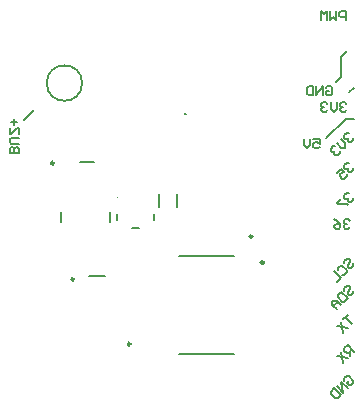
<source format=gbr>
%TF.GenerationSoftware,Altium Limited,Altium Designer,26.2.0 (7)*%
G04 Layer_Color=32896*
%FSLAX45Y45*%
%MOMM*%
%TF.SameCoordinates,1220A514-1184-4156-BF0E-9310A74DF62C*%
%TF.FilePolarity,Positive*%
%TF.FileFunction,Legend,Bot*%
%TF.Part,Single*%
G01*
G75*
%TA.AperFunction,NonConductor*%
%ADD45C,0.25000*%
%ADD46C,0.20000*%
%ADD47C,0.25400*%
%ADD50C,0.16000*%
%ADD51C,0.12500*%
%ADD52C,0.12700*%
D45*
X10237500Y9522500D02*
G03*
X10237500Y9522500I-12500J0D01*
G01*
X12012500Y8680000D02*
G03*
X12012500Y8680000I-12500J0D01*
G01*
D46*
X9985000Y9890000D02*
X10067500Y9972500D01*
X12542500Y9732500D02*
X12707500Y9897500D01*
X12780000D01*
X12623750Y10206250D02*
X12665000Y10247500D01*
X12735000Y10122500D02*
X12775000Y10162500D01*
X12665000Y10247500D02*
Y10417500D01*
X12717500Y10470000D01*
X11275000Y9155000D02*
Y9265000D01*
X11125000Y9155000D02*
Y9265000D01*
X10455000Y9530000D02*
X10575000D01*
X10535000Y8562500D02*
X10670000D01*
X11297500Y7907500D02*
X11757500D01*
X11297500Y8737500D02*
X11757500D01*
D47*
X10883681Y7991500D02*
G03*
X10883681Y7991500I-11180J0D01*
G01*
X11916180Y8900000D02*
G03*
X11916180Y8900000I-11180J0D01*
G01*
X11348090Y9937500D02*
G03*
X11348090Y9937500I-5590J0D01*
G01*
X10406180Y8540000D02*
G03*
X10406180Y8540000I-11180J0D01*
G01*
D50*
X10475000Y10200000D02*
G03*
X10475000Y10200000I-150000J0D01*
G01*
X9940974Y9606000D02*
X9861000D01*
Y9645987D01*
X9874329Y9659316D01*
X9887658D01*
X9900987Y9645987D01*
Y9606000D01*
Y9645987D01*
X9914316Y9659316D01*
X9927645D01*
X9940974Y9645987D01*
Y9606000D01*
Y9685974D02*
X9874329D01*
X9861000Y9699303D01*
Y9725961D01*
X9874329Y9739290D01*
X9940974D01*
Y9765948D02*
Y9819265D01*
X9927645D01*
X9874329Y9765948D01*
X9861000D01*
Y9819265D01*
X9900987Y9845923D02*
Y9899239D01*
X9927645Y9872581D02*
X9874329D01*
X12732747Y9522626D02*
X12713897Y9522625D01*
X12695047Y9503775D01*
Y9484925D01*
X12704472Y9475500D01*
X12723322D01*
X12732747Y9484925D01*
X12723322Y9475500D01*
X12723322Y9456650D01*
X12732747Y9447225D01*
X12751597Y9447225D01*
X12770447Y9466075D01*
Y9484925D01*
X12629072Y9437800D02*
X12666772Y9475500D01*
X12695047Y9447225D01*
X12666772Y9437800D01*
X12657347Y9428375D01*
Y9409525D01*
X12676197Y9390675D01*
X12695047Y9390675D01*
X12713897Y9409525D01*
Y9428375D01*
X12732747Y9268626D02*
X12713897Y9268625D01*
X12695047Y9249775D01*
Y9230925D01*
X12704472Y9221500D01*
X12723322D01*
X12732747Y9230925D01*
X12723322Y9221500D01*
X12723322Y9202650D01*
X12732747Y9193225D01*
X12751597Y9193225D01*
X12770447Y9212075D01*
Y9230925D01*
X12666772Y9221500D02*
X12629072Y9183800D01*
X12638497Y9174375D01*
X12713897D01*
X12723322Y9164950D01*
X12695047Y7681925D02*
Y7700775D01*
X12713897Y7719625D01*
X12732747Y7719625D01*
X12770447Y7681925D01*
Y7663075D01*
X12751597Y7644225D01*
X12732747Y7644225D01*
X12713897Y7663075D01*
X12732747Y7681925D01*
X12723322Y7615950D02*
X12666772Y7672500D01*
X12685622Y7578250D01*
X12629072Y7634800D01*
X12610222Y7615950D02*
X12666772Y7559399D01*
X12638497Y7531124D01*
X12619647Y7531124D01*
X12581946Y7568825D01*
Y7587674D01*
X12610222Y7615950D01*
X12779873Y7926500D02*
X12723322Y7983050D01*
X12695047Y7954775D01*
Y7935925D01*
X12713897Y7917075D01*
X12732747Y7917075D01*
X12761022Y7945350D01*
X12742172Y7926500D02*
Y7888800D01*
X12666772Y7926500D02*
X12685622Y7832249D01*
X12629072Y7888800D02*
X12723322Y7869949D01*
Y8237050D02*
X12685622Y8199350D01*
X12704472Y8218200D01*
X12761022Y8161650D01*
X12666772Y8180500D02*
X12685622Y8086249D01*
X12629072Y8142800D02*
X12723322Y8123949D01*
X12695047Y8443925D02*
Y8462775D01*
X12713897Y8481625D01*
X12732747Y8481625D01*
X12742172Y8472200D01*
X12742172Y8453350D01*
X12723322Y8434500D01*
X12723322Y8415650D01*
X12732747Y8406225D01*
X12751597Y8406225D01*
X12770447Y8425075D01*
Y8443925D01*
X12666772Y8434500D02*
X12723322Y8377950D01*
X12695047Y8349674D01*
X12676197Y8349675D01*
X12638497Y8387375D01*
Y8406225D01*
X12666772Y8434500D01*
Y8321399D02*
X12629072Y8359100D01*
X12591372D01*
Y8321399D01*
X12629072Y8283699D01*
X12600796Y8311974D01*
X12638497Y8349675D01*
X12695047Y8672925D02*
Y8691775D01*
X12713897Y8710625D01*
X12732747Y8710625D01*
X12742172Y8701200D01*
X12742172Y8682350D01*
X12723322Y8663500D01*
X12723322Y8644650D01*
X12732747Y8635225D01*
X12751597Y8635225D01*
X12770447Y8654075D01*
Y8672925D01*
X12638497Y8616375D02*
Y8635225D01*
X12657347Y8654075D01*
X12676197Y8654075D01*
X12713897Y8616375D01*
Y8597525D01*
X12695047Y8578674D01*
X12676197Y8578675D01*
X12610222Y8606950D02*
X12666772Y8550399D01*
X12629072Y8512699D01*
X12741500Y9032645D02*
X12728171Y9045974D01*
X12701513D01*
X12688184Y9032645D01*
Y9019316D01*
X12701513Y9005987D01*
X12714842D01*
X12701513D01*
X12688184Y8992658D01*
Y8979329D01*
X12701513Y8966000D01*
X12728171D01*
X12741500Y8979329D01*
X12608210Y9045974D02*
X12634868Y9032645D01*
X12661526Y9005987D01*
Y8979329D01*
X12648197Y8966000D01*
X12621539D01*
X12608210Y8979329D01*
Y8992658D01*
X12621539Y9005987D01*
X12661526D01*
X12732747Y9776626D02*
X12713897Y9776626D01*
X12695047Y9757776D01*
Y9738926D01*
X12704472Y9729500D01*
X12723322D01*
X12732747Y9738926D01*
X12723322Y9729500D01*
X12723322Y9710650D01*
X12732747Y9701225D01*
X12751597Y9701225D01*
X12770447Y9720075D01*
Y9738926D01*
X12666772Y9729500D02*
X12704472Y9691800D01*
Y9654100D01*
X12666772D01*
X12629072Y9691800D01*
X12619647Y9663525D02*
X12600796Y9663525D01*
X12581946Y9644675D01*
Y9625825D01*
X12591372Y9616400D01*
X12610221D01*
X12619647Y9625825D01*
X12610221Y9616400D01*
X12610222Y9597550D01*
X12619647Y9588125D01*
X12638497Y9588125D01*
X12657347Y9606975D01*
Y9625825D01*
X12433184Y9728474D02*
X12486500D01*
Y9688487D01*
X12459842Y9701816D01*
X12446513D01*
X12433184Y9688487D01*
Y9661829D01*
X12446513Y9648500D01*
X12473171D01*
X12486500Y9661829D01*
X12406526Y9728474D02*
Y9675158D01*
X12379868Y9648500D01*
X12353210Y9675158D01*
Y9728474D01*
X12711500Y10022645D02*
X12698171Y10035974D01*
X12671513D01*
X12658184Y10022645D01*
Y10009316D01*
X12671513Y9995987D01*
X12684842D01*
X12671513D01*
X12658184Y9982658D01*
Y9969329D01*
X12671513Y9956000D01*
X12698171D01*
X12711500Y9969329D01*
X12631526Y10035974D02*
Y9982658D01*
X12604868Y9956000D01*
X12578210Y9982658D01*
Y10035974D01*
X12551552Y10022645D02*
X12538223Y10035974D01*
X12511565D01*
X12498236Y10022645D01*
Y10009316D01*
X12511565Y9995987D01*
X12524894D01*
X12511565D01*
X12498236Y9982658D01*
Y9969329D01*
X12511565Y9956000D01*
X12538223D01*
X12551552Y9969329D01*
X12538184Y10162645D02*
X12551513Y10175974D01*
X12578171D01*
X12591500Y10162645D01*
Y10109329D01*
X12578171Y10096000D01*
X12551513D01*
X12538184Y10109329D01*
Y10135987D01*
X12564842D01*
X12511526Y10096000D02*
Y10175974D01*
X12458210Y10096000D01*
Y10175974D01*
X12431552D02*
Y10096000D01*
X12391564D01*
X12378236Y10109329D01*
Y10162645D01*
X12391564Y10175974D01*
X12431552D01*
X12706500Y10731000D02*
Y10810974D01*
X12666513D01*
X12653184Y10797645D01*
Y10770987D01*
X12666513Y10757658D01*
X12706500D01*
X12626526Y10810974D02*
Y10731000D01*
X12599868Y10757658D01*
X12573210Y10731000D01*
Y10810974D01*
X12546552Y10731000D02*
Y10810974D01*
X12519894Y10784316D01*
X12493236Y10810974D01*
Y10731000D01*
D51*
X10773749Y9232500D02*
G03*
X10773749Y9232500I-6250J0D01*
G01*
D52*
X10767499Y9042500D02*
Y9087500D01*
X10897499Y8972500D02*
X10952499D01*
X11082499Y9042500D02*
Y9087500D01*
X10715000Y9027500D02*
Y9107500D01*
X10295000Y9027500D02*
Y9107500D01*
%TF.MD5,cc061a488d40223e35afb9c26c45edf1*%
M02*

</source>
